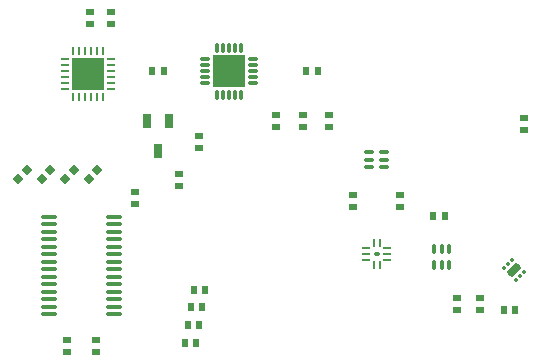
<source format=gtp>
%FSTAX23Y23*%
%MOIN*%
%SFA1B1*%

%IPPOS*%
%AMD13*
4,1,4,0.018000,-0.001300,-0.001300,0.018000,-0.018000,0.001300,0.001300,-0.018000,0.018000,-0.001300,0.0*
%
%AMD15*
4,1,8,-0.022600,-0.005900,0.022600,-0.005900,0.025600,-0.003000,0.025600,0.003000,0.022600,0.005900,-0.022600,0.005900,-0.025600,0.003000,-0.025600,-0.003000,-0.022600,-0.005900,0.0*
1,1,0.005900,-0.022600,-0.003000*
1,1,0.005900,0.022600,-0.003000*
1,1,0.005900,0.022600,0.003000*
1,1,0.005900,-0.022600,0.003000*
%
%AMD16*
4,1,8,0.013800,-0.002500,0.013800,0.002500,0.011300,0.004900,-0.011300,0.004900,-0.013800,0.002500,-0.013800,-0.002500,-0.011300,-0.004900,0.011300,-0.004900,0.013800,-0.002500,0.0*
1,1,0.004920,0.011300,-0.002500*
1,1,0.004920,0.011300,0.002500*
1,1,0.004920,-0.011300,0.002500*
1,1,0.004920,-0.011300,-0.002500*
%
%AMD17*
4,1,8,-0.002500,-0.013800,0.002500,-0.013800,0.004900,-0.011300,0.004900,0.011300,0.002500,0.013800,-0.002500,0.013800,-0.004900,0.011300,-0.004900,-0.011300,-0.002500,-0.013800,0.0*
1,1,0.004920,-0.002500,-0.011300*
1,1,0.004920,0.002500,-0.011300*
1,1,0.004920,0.002500,0.011300*
1,1,0.004920,-0.002500,0.011300*
%
%AMD20*
4,1,8,0.012800,0.005900,-0.012800,0.005900,-0.015700,0.003000,-0.015700,-0.003000,-0.012800,-0.005900,0.012800,-0.005900,0.015700,-0.003000,0.015700,0.003000,0.012800,0.005900,0.0*
1,1,0.005900,0.012800,0.003000*
1,1,0.005900,-0.012800,0.003000*
1,1,0.005900,-0.012800,-0.003000*
1,1,0.005900,0.012800,-0.003000*
%
%AMD21*
4,1,8,0.003100,-0.006600,0.006600,-0.003100,0.006600,0.000400,0.000400,0.006600,-0.003100,0.006600,-0.006600,0.003100,-0.006600,-0.000400,-0.000400,-0.006600,0.003100,-0.006600,0.0*
1,1,0.004920,0.001300,-0.004900*
1,1,0.004920,0.004900,-0.001300*
1,1,0.004920,-0.001300,0.004900*
1,1,0.004920,-0.004900,0.001300*
%
%AMD22*
4,1,8,0.003100,-0.006600,0.006600,-0.003100,0.006600,0.000400,0.000400,0.006600,-0.003100,0.006600,-0.006600,0.003100,-0.006600,-0.000400,-0.000400,-0.006600,0.003100,-0.006600,0.0*
1,1,0.004920,0.001300,-0.004900*
1,1,0.004920,0.004900,-0.001300*
1,1,0.004920,-0.001300,0.004900*
1,1,0.004920,-0.004900,0.001300*
%
%AMD23*
4,1,8,-0.002100,-0.021600,0.021600,0.002100,0.021600,0.011800,0.011800,0.021600,0.002100,0.021600,-0.021600,-0.002100,-0.021600,-0.011800,-0.011800,-0.021600,-0.002100,-0.021600,0.0*
1,1,0.013780,-0.006900,-0.016700*
1,1,0.013780,0.016700,0.006900*
1,1,0.013780,0.006900,0.016700*
1,1,0.013780,-0.016700,-0.006900*
%
%AMD24*
4,1,8,0.002500,0.013800,-0.002500,0.013800,-0.004900,0.011300,-0.004900,-0.011300,-0.002500,-0.013800,0.002500,-0.013800,0.004900,-0.011300,0.004900,0.011300,0.002500,0.013800,0.0*
1,1,0.004920,0.002500,0.011300*
1,1,0.004920,-0.002500,0.011300*
1,1,0.004920,-0.002500,-0.011300*
1,1,0.004920,0.002500,-0.011300*
%
%AMD25*
4,1,8,-0.013800,0.002500,-0.013800,-0.002500,-0.011300,-0.004900,0.011300,-0.004900,0.013800,-0.002500,0.013800,0.002500,0.011300,0.004900,-0.011300,0.004900,-0.013800,0.002500,0.0*
1,1,0.004920,-0.011300,0.002500*
1,1,0.004920,-0.011300,-0.002500*
1,1,0.004920,0.011300,-0.002500*
1,1,0.004920,0.011300,0.002500*
%
%AMD26*
4,1,8,-0.009800,0.003000,-0.009800,-0.003000,-0.006900,-0.005900,0.006900,-0.005900,0.009800,-0.003000,0.009800,0.003000,0.006900,0.005900,-0.006900,0.005900,-0.009800,0.003000,0.0*
1,1,0.005900,-0.006900,0.003000*
1,1,0.005900,-0.006900,-0.003000*
1,1,0.005900,0.006900,-0.003000*
1,1,0.005900,0.006900,0.003000*
%
%AMD27*
4,1,8,0.005900,-0.012800,0.005900,0.012800,0.003000,0.015700,-0.003000,0.015700,-0.005900,0.012800,-0.005900,-0.012800,-0.003000,-0.015700,0.003000,-0.015700,0.005900,-0.012800,0.0*
1,1,0.005900,0.003000,-0.012800*
1,1,0.005900,0.003000,0.012800*
1,1,0.005900,-0.003000,0.012800*
1,1,0.005900,-0.003000,-0.012800*
%
%AMD28*
4,1,8,-0.015700,0.002700,-0.015700,-0.002700,-0.012900,-0.005500,0.012900,-0.005500,0.015700,-0.002700,0.015700,0.002700,0.012900,0.005500,-0.012900,0.005500,-0.015700,0.002700,0.0*
1,1,0.005520,-0.012900,0.002700*
1,1,0.005520,-0.012900,-0.002700*
1,1,0.005520,0.012900,-0.002700*
1,1,0.005520,0.012900,0.002700*
%
%AMD29*
4,1,8,-0.005500,0.012900,-0.005500,-0.012900,-0.002700,-0.015700,0.002700,-0.015700,0.005500,-0.012900,0.005500,0.012900,0.002700,0.015700,-0.002700,0.015700,-0.005500,0.012900,0.0*
1,1,0.005520,-0.002700,0.012900*
1,1,0.005520,-0.002700,-0.012900*
1,1,0.005520,0.002700,-0.012900*
1,1,0.005520,0.002700,0.012900*
%
%ADD12R,0.023620X0.027560*%
G04~CAMADD=13~9~0.0~0.0~275.6~236.2~0.0~0.0~0~0.0~0.0~0.0~0.0~0~0.0~0.0~0.0~0.0~0~0.0~0.0~0.0~315.0~360.0~359.0*
%ADD13D13*%
%ADD14R,0.027560X0.023620*%
G04~CAMADD=15~8~0.0~0.0~511.8~118.1~29.5~0.0~15~0.0~0.0~0.0~0.0~0~0.0~0.0~0.0~0.0~0~0.0~0.0~0.0~180.0~512.0~118.0*
%ADD15D15*%
G04~CAMADD=16~8~0.0~0.0~98.4~275.6~24.6~0.0~15~0.0~0.0~0.0~0.0~0~0.0~0.0~0.0~0.0~0~0.0~0.0~0.0~270.0~276.0~98.0*
%ADD16D16*%
G04~CAMADD=17~8~0.0~0.0~98.4~275.6~24.6~0.0~15~0.0~0.0~0.0~0.0~0~0.0~0.0~0.0~0.0~0~0.0~0.0~0.0~180.0~99.0~276.0*
%ADD17D17*%
%ADD18R,0.110240X0.110240*%
%ADD19R,0.027560X0.049210*%
G04~CAMADD=20~8~0.0~0.0~315.0~118.1~29.5~0.0~15~0.0~0.0~0.0~0.0~0~0.0~0.0~0.0~0.0~0~0.0~0.0~0.0~0.0~315.0~118.1*
%ADD20D20*%
G04~CAMADD=21~8~0.0~0.0~98.4~137.8~24.6~0.0~15~0.0~0.0~0.0~0.0~0~0.0~0.0~0.0~0.0~0~0.0~0.0~0.0~225.0~148.0~148.0*
%ADD21D21*%
G04~CAMADD=22~8~0.0~0.0~98.4~137.8~24.6~0.0~15~0.0~0.0~0.0~0.0~0~0.0~0.0~0.0~0.0~0~0.0~0.0~0.0~225.0~148.0~148.0*
%ADD22D22*%
G04~CAMADD=23~8~0.0~0.0~472.4~275.6~68.9~0.0~15~0.0~0.0~0.0~0.0~0~0.0~0.0~0.0~0.0~0~0.0~0.0~0.0~225.0~471.0~471.0*
%ADD23D23*%
G04~CAMADD=24~8~0.0~0.0~98.4~275.6~24.6~0.0~15~0.0~0.0~0.0~0.0~0~0.0~0.0~0.0~0.0~0~0.0~0.0~0.0~0.0~98.4~275.6*
%ADD24D24*%
G04~CAMADD=25~8~0.0~0.0~98.4~275.6~24.6~0.0~15~0.0~0.0~0.0~0.0~0~0.0~0.0~0.0~0.0~0~0.0~0.0~0.0~90.0~276.0~99.0*
%ADD25D25*%
G04~CAMADD=26~8~0.0~0.0~118.1~196.8~29.5~0.0~15~0.0~0.0~0.0~0.0~0~0.0~0.0~0.0~0.0~0~0.0~0.0~0.0~90.0~196.0~118.0*
%ADD26D26*%
G04~CAMADD=27~8~0.0~0.0~315.0~118.1~29.5~0.0~15~0.0~0.0~0.0~0.0~0~0.0~0.0~0.0~0.0~0~0.0~0.0~0.0~270.0~118.0~315.0*
%ADD27D27*%
G04~CAMADD=28~8~0.0~0.0~110.2~313.3~27.6~0.0~15~0.0~0.0~0.0~0.0~0~0.0~0.0~0.0~0.0~0~0.0~0.0~0.0~90.0~314.0~111.0*
%ADD28D28*%
G04~CAMADD=29~8~0.0~0.0~313.3~110.2~27.6~0.0~15~0.0~0.0~0.0~0.0~0~0.0~0.0~0.0~0.0~0~0.0~0.0~0.0~90.0~111.0~314.0*
%ADD29D29*%
%ADD30R,0.106300X0.106300*%
%LNmashiro_fs-1*%
%LPD*%
G36*
X01198Y01305D02*
X01151D01*
Y01257*
X01198*
Y01305*
G37*
G36*
Y0136D02*
X01151D01*
Y01312*
X01198*
Y0136*
G37*
G36*
X01253Y01305D02*
X01206D01*
Y01257*
X01253*
Y01305*
G37*
G36*
Y0136D02*
X01206D01*
Y01312*
X01253*
Y0136*
G37*
G54D12*
X01417Y01318D03*
X01456D03*
X01564Y00413D03*
X01525D03*
X01929Y01318D03*
X01968D03*
X02352Y00836D03*
X02391D03*
X02588Y00521D03*
X02627D03*
X01594Y0059D03*
X01555D03*
X01574Y00472D03*
X01535D03*
X01584Y00531D03*
X01545D03*
G54D13*
X01234Y00988D03*
X01206Y0096D03*
X01127D03*
X01155Y00988D03*
X01049Y0096D03*
X01076Y00988D03*
X0097Y0096D03*
X00998Y00988D03*
G54D14*
X01505Y00974D03*
Y00935D03*
X02007Y01131D03*
Y01171D03*
X01919Y01131D03*
Y01171D03*
X02431Y00561D03*
Y00521D03*
X02509Y00561D03*
Y00521D03*
X0123Y00383D03*
Y00423D03*
X01131Y00383D03*
Y00423D03*
X0121Y01476D03*
Y01515D03*
X01279Y01476D03*
Y01515D03*
X01574Y01062D03*
Y01102D03*
X0183Y01131D03*
Y01171D03*
X02657Y01161D03*
Y01122D03*
X02086Y00866D03*
Y00905D03*
X02244Y00866D03*
Y00905D03*
X01358Y00875D03*
Y00915D03*
G54D15*
X01072Y00833D03*
Y00808D03*
Y00783D03*
Y00758D03*
Y00733D03*
Y00708D03*
Y00683D03*
Y00658D03*
Y00633D03*
Y00608D03*
Y00583D03*
Y00558D03*
Y00533D03*
Y00508D03*
X01289Y00833D03*
Y00808D03*
Y00783D03*
Y00758D03*
Y00733D03*
Y00708D03*
Y00683D03*
Y00658D03*
Y00633D03*
Y00608D03*
Y00583D03*
Y00558D03*
Y00533D03*
Y00508D03*
G54D16*
X01125Y01358D03*
Y01338D03*
Y01318D03*
Y01299D03*
Y01279D03*
Y01259D03*
X01279D03*
Y01279D03*
Y01299D03*
Y01318D03*
Y01338D03*
Y01358D03*
G54D17*
X01153Y01232D03*
X01173D03*
X01192D03*
X01212D03*
X01232D03*
X01251D03*
Y01385D03*
X01232D03*
X01212D03*
X01192D03*
X01173D03*
X01153D03*
G54D18*
X01202Y01309D03*
G54D19*
X01474Y01151D03*
X01399D03*
X01437Y01053D03*
G54D20*
X02139Y01049D03*
X0219Y00998D03*
Y01023D03*
Y01049D03*
X02139Y00998D03*
Y01023D03*
G54D21*
X02629Y00621D03*
X02657Y00649D03*
X02617Y00689D03*
X02603Y00676D03*
X02589Y00662D03*
G54D22*
X02643Y00635D03*
G54D23*
X02623Y00655D03*
G54D24*
X02155Y00744D03*
X02175D03*
X02155Y00673D03*
X02175D03*
G54D25*
X022Y00708D03*
X02129D03*
Y00688D03*
Y00728D03*
X022D03*
Y00688D03*
G54D26*
X02165Y00708D03*
G54D27*
X02407Y00724D03*
X02356Y00673D03*
X02381D03*
X02407D03*
X02356Y00724D03*
X02381D03*
G54D28*
X01594Y01358D03*
Y01338D03*
Y01318D03*
Y01299D03*
Y01279D03*
X01751D03*
Y01299D03*
Y01318D03*
Y01338D03*
Y01358D03*
G54D29*
X01633Y0124D03*
X01653D03*
X01673D03*
X01692D03*
X01712D03*
Y01397D03*
X01692D03*
X01673D03*
X01653D03*
X01633D03*
G54D30*
X01673Y01318D03*
M02*
</source>
